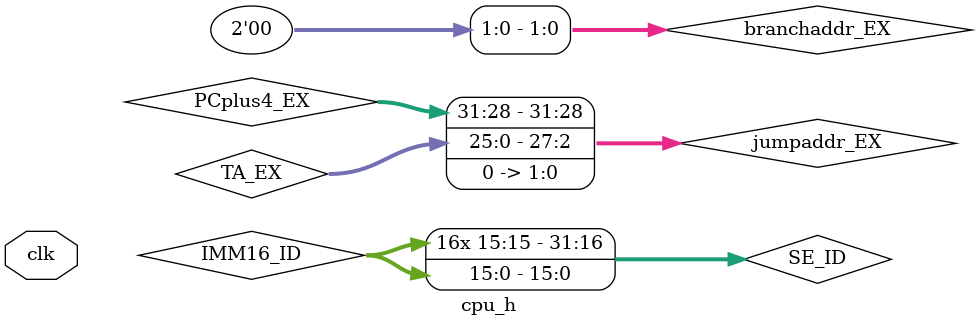
<source format=v>

`include "regfile.v"
`include "memory.v"
`include "dff.v"
`include "mux.v"
`include "mux4.v"
`include "alu.v"
`include "instructiondecoder.v"
`include "lut.v"
`include "forwardingLUT.v"
`include "lwhazard.v"

module cpu_h
(
    input clk
);

    // control wires
    wire RegDst_ID, RegWr_ID, MemWr_ID, MemToReg_ID, ALUsrc_ID, IsJump_ID, IsJAL_ID, IsJR_ID, IsBranch_ID;
    wire RegDst_EX, RegWr_EX, MemWr_EX, MemToReg_EX, ALUsrc_EX, IsJump_EX, IsBranch_EX;
    wire RegWr_MEM, MemWr_MEM, MemToReg_MEM, IsJump_MEM, IsBranch_MEM;
    wire RegWr_WB, MemToReg_WB;
    wire [2:0] ALUctrl_ID, ALUctrl_EX;
    // decoder wires
    wire [5:0] OP_ID, FUNCT_ID;
    wire [4:0] RS_ID, RT_ID, RD_ID, SHAMT_ID;
    wire [4:0] RS_EX, RT_EX, RD_EX, RD_MEM, RD_WB;
    wire [15:0] IMM16_ID, IMM16_EX;
    wire [25:0] TA_ID, TA_EX;
    wire [31:0] SE_ID, SE_EX;
    // flag wires
    wire zero_EX, zero_MEM;
    wire overflow_EX, overflow_MEM;
    wire carryout_EX;
    // register wires
    wire [31:0] PCplus4_IF, PCplus4_ID, PCplus4_EX;
    wire [31:0] PCplus4addr_EX, PCplus4addr_MEM;
    wire [31:0] shift2_EX, shift2_MEM;
    wire [31:0] aluout_EX, aluout_MEM, aluout_WB;
    wire [31:0] regDa_ID, regDa_EX;
    wire [31:0] regDb_ID, regDb_EX, regDb_MEM;
    wire [4:0] regAw_EX, regAw_MEM, regAw_WB;
    wire [31:0] memout_MEM, memout_WB;
    wire [31:0] instruction_IF, instruction_ID;
    // IF exclusive wires
    wire [31:0] isbranchout_IF, isjumpout_IF;
    wire [31:0] PCcount_IF;
    // EX exclusive wires
    wire [31:0] alusrcout_EX;
    wire [31:0] jumpaddr_EX, branchaddr_EX;
    wire [1:0] forwardA_EX, forwardB_EX;
    wire [31:0] operandA_EX, operandB_EX;
    // WB exclusive wires
    wire [31:0] regDin_WB;

    //Stall wires
    wire StallF, StallD, FlushE;

    mux2 #(32) muxisbranch(.in0(PCplus4_IF),
                    .in1(PCplus4addr_MEM),
                    .sel(IsBranch_MEM),
                    .out(isbranchout_IF));

    mux2 #(32) muxisjump(.in0(isbranchout_IF),
                    .in1(shift2_MEM),
                    .sel(IsJump_MEM),
                    .out(isjumpout_IF));

    dff #(32) pccounter(.clk(clk),
                    .enable(1'b1),
                    .d(isjumpout_IF),
                    .q(PCcount_IF));

    assign PCplus4_IF = PCcount_IF + 32'h00000004;

    memory mem(.clk(clk),
                    .WrEn(MemWr_MEM),
                    .DataAddr(aluout_MEM),
                    .DataIn(regDb_MEM),
                    .DataOut(memout_MEM),
                    .InstrAddr(PCcount_IF),
                    .Instruction(instruction_IF));

    lwHazard lwhaz(.ex_rs(RS_EX),
                  .ex_rt(RS_EX),
                  .id_rs(RS_ID),
                  .id_rt(RT_ID),
                  .clk(clk),
                  .MemToReg_EX(MemToReg_EX),
                  .StallF(StallF),
                  .StallD(StallD),
                  .FlushE(FlushE)
                    );
    // IF/ID Register
    ifid ifidreg(.clk(clk),
                    .enable(1'b1),
                    .dR0(PCplus4_IF),
                    .qR0(PCplus4_ID),
                    .dR1(instruction_IF),
                    .qR1(instruction_ID));

    instructiondecoder decoder(.OP(OP_ID),
                    .RT(RT_ID),
                    .RS(RS_ID),
                    .RD(RD_ID),
                    .IMM16(IMM16_ID),
                    .TA(TA_ID),
                    .SHAMT(SHAMT_ID),           // unused
                    .FUNCT(FUNCT_ID),
                    .instruction(instruction_ID));

    instructionLUT lut(.OP(OP_ID),
                    .FUNCT(FUNCT_ID),
                    .zero(zero_MEM),
                    .overflow(overflow_MEM),
                    .RegDst(RegDst_ID),
                    .RegWr(RegWr_ID),
                    .MemWr(MemWr_ID),
                    .MemToReg(MemToReg_ID),
                    .ALUctrl(ALUctrl_ID),
                    .ALUsrc(ALUsrc_ID),
                    .IsJump(IsJump_ID),
                    .IsJAL(IsJAL_ID),           // unused
                    .IsJR(IsJR_ID),             // unused
                    .IsBranch(IsBranch_ID));

    regfile register(.ReadData1(regDa_ID),
                    .ReadData2(regDb_ID),
                    .WriteData(regDin_WB),
                    .ReadRegister1(RS_ID),
                    .ReadRegister2(RT_ID),
                    .WriteRegister(regAw_WB),
                    .RegWrite(RegWr_WB),
                    .Clk(clk));

    assign SE_ID = {{16{IMM16_ID[15]}}, IMM16_ID};

    // ID/EX Register
    idex idexreg(.clk(clk),
                    .enable(1'b1),
                    .dR0(regDa_ID),
                    .qR0(regDa_EX),
                    .dR1(regDb_ID),
                    .qR1(regDb_EX),
                    .dR2(PCplus4_ID),
                    .qR2(PCplus4_EX),
                    .dR3(SE_ID),
                    .qR3(SE_EX),
                    .dR4(RS_ID),
                    .qR4(RS_EX),
                    .dR5(RT_ID),
                    .qR5(RT_EX),
                    .dR6(RD_ID),
                    .qR6(RD_EX),
                    .dR7(TA_ID),
                    .qR7(TA_EX),
                    .dR8(IMM16_ID),
                    .qR8(IMM16_EX),
                    .dC0(MemToReg_ID),
                    .qC0(MemToReg_EX),
                    .dC1(RegWr_ID),
                    .qC1(RegWr_EX),
                    .dC2(MemWr_ID),
                    .qC2(MemWr_EX),
                    .dC3(IsBranch_ID),
                    .qC3(IsBranch_EX),
                    .dC4(IsJump_ID),
                    .qC4(IsJump_EX),
                    .dC5(ALUsrc_ID),
                    .qC5(ALUsrc_EX),
                    .dC6(RegDst_ID),
                    .qC6(RegDst_EX),
                    .dC10(ALUctrl_ID),
                    .qC10(ALUctrl_EX));

    mux2 #(32) alusrc(.in0(regDb_EX),
                    .in1(SE_EX),
                    .sel(ALUsrc_EX),
                    .out(alusrcout_EX));

    mux4 #(32) fwdA(.in0(regDa_EX),
                    .in1(regDin_WB),
                    .in2(aluout_MEM),
                    .in3(32'h00000000),
                    .sel(forwardA_EX),
                    .out(operandA_EX));

    mux4 #(32) fwdB(.in0(alusrcout_EX),
                    .in1(regDin_WB),
                    .in2(aluout_MEM),
                    .in3(32'h00000000),
                    .sel(forwardB_EX),
                    .out(operandB_EX));

    ALU alumain(.carryout(carryout_EX),         // unused
                    .zero(zero_EX),
                    .overflow(overflow_EX),
                    .result(aluout_EX),
                    .operandA(operandA_EX),
                    .operandB(operandB_EX),
                    .command(ALUctrl_EX));

    assign jumpaddr_EX = {PCplus4_EX[31:28], TA_EX, 2'b00};
    assign branchaddr_EX = {{14{IMM16_EX[15]}}, IMM16_EX, 2'b00};

    mux2 #(32) muxshift2(.in0(jumpaddr_EX),
                    .in1(branchaddr_EX),
                    .sel(IsBranch_EX),
                    .out(shift2_EX));

    assign PCplus4addr_EX = PCplus4_EX + shift2_EX;

    mux2 #(5) muxregdst(.in0(RT_EX),
                    .in1(RD_EX),
                    .sel(RegDst_EX),
                    .out(regAw_EX));

    forwardingLUT forwardingLUT(.ex_rs(RS_EX),
                    .ex_rt(RT_EX),
                    .mem_regAw(regAw_MEM),
                    .wb_regAw(regAw_WB),
                    .mem_regWrite(RegWr_MEM),
                    .wb_regWrite(RegWr_WB),
                    .clk(clk),
                    .forwardA(forwardA_EX),
                    .forwardB(forwardB_EX));

    // EX/MEM Register
    exmem exmemreg(.clk(clk),
                    .enable(1'b1),
                    .dR0(aluout_EX),
                    .qR0(aluout_MEM),
                    .dR1(regDb_EX),
                    .qR1(regDb_MEM),
                    .dR2(PCplus4addr_EX),
                    .qR2(PCplus4addr_MEM),
                    .dR3(shift2_EX),
                    .qR3(shift2_MEM),
                    .dR4(RD_EX),
                    .qR4(RD_MEM),
                    .dA0(regAw_EX),
                    .qA0(regAw_MEM),
                    .dC0(MemToReg_EX),
                    .qC0(MemToReg_MEM),
                    .dC1(RegWr_EX),
                    .qC1(RegWr_MEM),
                    .dC2(MemWr_EX),
                    .qC2(MemWr_MEM),
                    .dC3(IsBranch_EX),
                    .qC3(IsBranch_MEM),
                    .dC4(IsJump_EX),
                    .qC4(IsJump_MEM),
                    .dF0(zero_EX),
                    .qF0(zero_MEM),
                    .dF1(overflow_EX),
                    .qF1(overflow_MEM));

    // memory mem(.clk(clk),
    //                 .WrEn(MemWr_MEM),
    //                 .DataAddr(aluout_MEM),
    //                 .DataIn(regDb_MEM),
    //                 .DataOut(memout_MEM),
    //                 .InstrAddr(PCcount_IF),
    //                 .Instruction(instruction_IF));

    // MEM/WB Register
    memwb memwbreg(.clk(clk),
                    .enable(1'b1),
                    .dR0(aluout_MEM),
                    .qR0(aluout_WB),
                    .dR1(memout_MEM),
                    .qR1(memout_WB),
                    .dR2(RD_MEM),
                    .qR2(RD_WB),
                    .dA0(regAw_MEM),
                    .qA0(regAw_WB),
                    .dC0(MemToReg_MEM),
                    .qC0(MemToReg_WB),
                    .dC1(RegWr_MEM),
                    .qC1(RegWr_WB));

    mux2 #(32) mem2reg(.in0(aluout_WB),
                    .in1(memout_WB),
                    .sel(MemToReg_WB),
                    .out(regDin_WB));

    // regfile register(.ReadData1(regDa_ID),
    //                 .ReadData2(regDb_ID),
    //                 .WriteData(regDin_WB),
    //                 .ReadRegister1(RS_ID),
    //                 .ReadRegister2(RT_ID),
    //                 .WriteRegister(regAw_WB),
    //                 .RegWrite(RegWr_WB),
    //                 .Clk(clk));

endmodule

</source>
